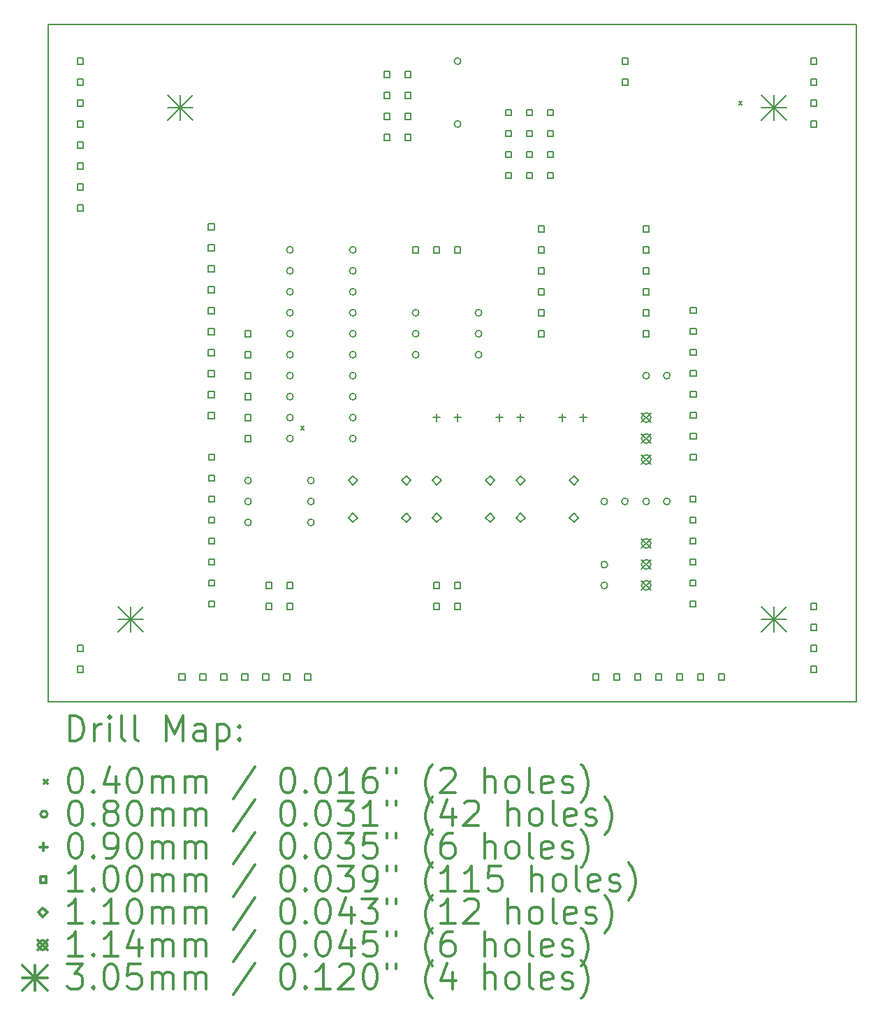
<source format=gbr>
%FSLAX45Y45*%
G04 Gerber Fmt 4.5, Leading zero omitted, Abs format (unit mm)*
G04 Created by KiCad (PCBNEW 4.0.7) date 03/14/18 00:25:23*
%MOMM*%
%LPD*%
G01*
G04 APERTURE LIST*
%ADD10C,0.127000*%
%ADD11C,0.150000*%
%ADD12C,0.200000*%
%ADD13C,0.300000*%
G04 APERTURE END LIST*
D10*
D11*
X2400000Y-10300000D02*
X2400000Y-2100000D01*
X12200000Y-10300000D02*
X2400000Y-10300000D01*
X12200000Y-2100000D02*
X12200000Y-10300000D01*
X10600000Y-2100000D02*
X12200000Y-2100000D01*
X2400000Y-2100000D02*
X10600000Y-2100000D01*
D12*
X5466400Y-6965000D02*
X5506400Y-7005000D01*
X5506400Y-6965000D02*
X5466400Y-7005000D01*
X10775000Y-3028000D02*
X10815000Y-3068000D01*
X10815000Y-3028000D02*
X10775000Y-3068000D01*
X4866000Y-7620000D02*
G75*
G03X4866000Y-7620000I-40000J0D01*
G01*
X4866000Y-7874000D02*
G75*
G03X4866000Y-7874000I-40000J0D01*
G01*
X4866000Y-8128000D02*
G75*
G03X4866000Y-8128000I-40000J0D01*
G01*
X5374000Y-4826000D02*
G75*
G03X5374000Y-4826000I-40000J0D01*
G01*
X5374000Y-5080000D02*
G75*
G03X5374000Y-5080000I-40000J0D01*
G01*
X5374000Y-5334000D02*
G75*
G03X5374000Y-5334000I-40000J0D01*
G01*
X5374000Y-5588000D02*
G75*
G03X5374000Y-5588000I-40000J0D01*
G01*
X5374000Y-5842000D02*
G75*
G03X5374000Y-5842000I-40000J0D01*
G01*
X5374000Y-6096000D02*
G75*
G03X5374000Y-6096000I-40000J0D01*
G01*
X5374000Y-6350000D02*
G75*
G03X5374000Y-6350000I-40000J0D01*
G01*
X5374000Y-6604000D02*
G75*
G03X5374000Y-6604000I-40000J0D01*
G01*
X5374000Y-6858000D02*
G75*
G03X5374000Y-6858000I-40000J0D01*
G01*
X5374000Y-7112000D02*
G75*
G03X5374000Y-7112000I-40000J0D01*
G01*
X5628000Y-7620000D02*
G75*
G03X5628000Y-7620000I-40000J0D01*
G01*
X5628000Y-7874000D02*
G75*
G03X5628000Y-7874000I-40000J0D01*
G01*
X5628000Y-8128000D02*
G75*
G03X5628000Y-8128000I-40000J0D01*
G01*
X6136000Y-4826000D02*
G75*
G03X6136000Y-4826000I-40000J0D01*
G01*
X6136000Y-5080000D02*
G75*
G03X6136000Y-5080000I-40000J0D01*
G01*
X6136000Y-5334000D02*
G75*
G03X6136000Y-5334000I-40000J0D01*
G01*
X6136000Y-5588000D02*
G75*
G03X6136000Y-5588000I-40000J0D01*
G01*
X6136000Y-5842000D02*
G75*
G03X6136000Y-5842000I-40000J0D01*
G01*
X6136000Y-6096000D02*
G75*
G03X6136000Y-6096000I-40000J0D01*
G01*
X6136000Y-6350000D02*
G75*
G03X6136000Y-6350000I-40000J0D01*
G01*
X6136000Y-6604000D02*
G75*
G03X6136000Y-6604000I-40000J0D01*
G01*
X6136000Y-6858000D02*
G75*
G03X6136000Y-6858000I-40000J0D01*
G01*
X6136000Y-7112000D02*
G75*
G03X6136000Y-7112000I-40000J0D01*
G01*
X6898000Y-5588000D02*
G75*
G03X6898000Y-5588000I-40000J0D01*
G01*
X6898000Y-5842000D02*
G75*
G03X6898000Y-5842000I-40000J0D01*
G01*
X6898000Y-6096000D02*
G75*
G03X6898000Y-6096000I-40000J0D01*
G01*
X7406000Y-2540000D02*
G75*
G03X7406000Y-2540000I-40000J0D01*
G01*
X7406000Y-3302000D02*
G75*
G03X7406000Y-3302000I-40000J0D01*
G01*
X7660000Y-5588000D02*
G75*
G03X7660000Y-5588000I-40000J0D01*
G01*
X7660000Y-5842000D02*
G75*
G03X7660000Y-5842000I-40000J0D01*
G01*
X7660000Y-6096000D02*
G75*
G03X7660000Y-6096000I-40000J0D01*
G01*
X9184000Y-7874000D02*
G75*
G03X9184000Y-7874000I-40000J0D01*
G01*
X9184000Y-8640000D02*
G75*
G03X9184000Y-8640000I-40000J0D01*
G01*
X9184000Y-8890000D02*
G75*
G03X9184000Y-8890000I-40000J0D01*
G01*
X9434000Y-7874000D02*
G75*
G03X9434000Y-7874000I-40000J0D01*
G01*
X9692000Y-6350000D02*
G75*
G03X9692000Y-6350000I-40000J0D01*
G01*
X9692000Y-7874000D02*
G75*
G03X9692000Y-7874000I-40000J0D01*
G01*
X9942000Y-6350000D02*
G75*
G03X9942000Y-6350000I-40000J0D01*
G01*
X9942000Y-7874000D02*
G75*
G03X9942000Y-7874000I-40000J0D01*
G01*
X7112000Y-6813000D02*
X7112000Y-6903000D01*
X7067000Y-6858000D02*
X7157000Y-6858000D01*
X7366000Y-6813000D02*
X7366000Y-6903000D01*
X7321000Y-6858000D02*
X7411000Y-6858000D01*
X7874000Y-6813000D02*
X7874000Y-6903000D01*
X7829000Y-6858000D02*
X7919000Y-6858000D01*
X8128000Y-6813000D02*
X8128000Y-6903000D01*
X8083000Y-6858000D02*
X8173000Y-6858000D01*
X8636000Y-6813000D02*
X8636000Y-6903000D01*
X8591000Y-6858000D02*
X8681000Y-6858000D01*
X8890000Y-6813000D02*
X8890000Y-6903000D01*
X8845000Y-6858000D02*
X8935000Y-6858000D01*
X2829356Y-2575356D02*
X2829356Y-2504644D01*
X2758644Y-2504644D01*
X2758644Y-2575356D01*
X2829356Y-2575356D01*
X2829356Y-2829356D02*
X2829356Y-2758644D01*
X2758644Y-2758644D01*
X2758644Y-2829356D01*
X2829356Y-2829356D01*
X2829356Y-3083356D02*
X2829356Y-3012644D01*
X2758644Y-3012644D01*
X2758644Y-3083356D01*
X2829356Y-3083356D01*
X2829356Y-3337356D02*
X2829356Y-3266644D01*
X2758644Y-3266644D01*
X2758644Y-3337356D01*
X2829356Y-3337356D01*
X2829356Y-3591356D02*
X2829356Y-3520644D01*
X2758644Y-3520644D01*
X2758644Y-3591356D01*
X2829356Y-3591356D01*
X2829356Y-3845356D02*
X2829356Y-3774644D01*
X2758644Y-3774644D01*
X2758644Y-3845356D01*
X2829356Y-3845356D01*
X2829356Y-4099356D02*
X2829356Y-4028644D01*
X2758644Y-4028644D01*
X2758644Y-4099356D01*
X2829356Y-4099356D01*
X2829356Y-4353356D02*
X2829356Y-4282644D01*
X2758644Y-4282644D01*
X2758644Y-4353356D01*
X2829356Y-4353356D01*
X2829356Y-9687356D02*
X2829356Y-9616644D01*
X2758644Y-9616644D01*
X2758644Y-9687356D01*
X2829356Y-9687356D01*
X2829356Y-9941356D02*
X2829356Y-9870644D01*
X2758644Y-9870644D01*
X2758644Y-9941356D01*
X2829356Y-9941356D01*
X4061356Y-10035356D02*
X4061356Y-9964644D01*
X3990644Y-9964644D01*
X3990644Y-10035356D01*
X4061356Y-10035356D01*
X4315356Y-10035356D02*
X4315356Y-9964644D01*
X4244644Y-9964644D01*
X4244644Y-10035356D01*
X4315356Y-10035356D01*
X4416356Y-4583356D02*
X4416356Y-4512644D01*
X4345644Y-4512644D01*
X4345644Y-4583356D01*
X4416356Y-4583356D01*
X4416356Y-4837356D02*
X4416356Y-4766644D01*
X4345644Y-4766644D01*
X4345644Y-4837356D01*
X4416356Y-4837356D01*
X4416356Y-5091356D02*
X4416356Y-5020644D01*
X4345644Y-5020644D01*
X4345644Y-5091356D01*
X4416356Y-5091356D01*
X4416356Y-5345356D02*
X4416356Y-5274644D01*
X4345644Y-5274644D01*
X4345644Y-5345356D01*
X4416356Y-5345356D01*
X4416356Y-5599356D02*
X4416356Y-5528644D01*
X4345644Y-5528644D01*
X4345644Y-5599356D01*
X4416356Y-5599356D01*
X4416356Y-5853356D02*
X4416356Y-5782644D01*
X4345644Y-5782644D01*
X4345644Y-5853356D01*
X4416356Y-5853356D01*
X4416356Y-6107356D02*
X4416356Y-6036644D01*
X4345644Y-6036644D01*
X4345644Y-6107356D01*
X4416356Y-6107356D01*
X4416356Y-6361356D02*
X4416356Y-6290644D01*
X4345644Y-6290644D01*
X4345644Y-6361356D01*
X4416356Y-6361356D01*
X4416356Y-6615356D02*
X4416356Y-6544644D01*
X4345644Y-6544644D01*
X4345644Y-6615356D01*
X4416356Y-6615356D01*
X4416356Y-6869356D02*
X4416356Y-6798644D01*
X4345644Y-6798644D01*
X4345644Y-6869356D01*
X4416356Y-6869356D01*
X4421356Y-7375356D02*
X4421356Y-7304644D01*
X4350644Y-7304644D01*
X4350644Y-7375356D01*
X4421356Y-7375356D01*
X4421356Y-7629356D02*
X4421356Y-7558644D01*
X4350644Y-7558644D01*
X4350644Y-7629356D01*
X4421356Y-7629356D01*
X4421356Y-7883356D02*
X4421356Y-7812644D01*
X4350644Y-7812644D01*
X4350644Y-7883356D01*
X4421356Y-7883356D01*
X4421356Y-8137356D02*
X4421356Y-8066644D01*
X4350644Y-8066644D01*
X4350644Y-8137356D01*
X4421356Y-8137356D01*
X4421356Y-8391356D02*
X4421356Y-8320644D01*
X4350644Y-8320644D01*
X4350644Y-8391356D01*
X4421356Y-8391356D01*
X4421356Y-8645356D02*
X4421356Y-8574644D01*
X4350644Y-8574644D01*
X4350644Y-8645356D01*
X4421356Y-8645356D01*
X4421356Y-8899356D02*
X4421356Y-8828644D01*
X4350644Y-8828644D01*
X4350644Y-8899356D01*
X4421356Y-8899356D01*
X4421356Y-9153356D02*
X4421356Y-9082644D01*
X4350644Y-9082644D01*
X4350644Y-9153356D01*
X4421356Y-9153356D01*
X4569356Y-10035356D02*
X4569356Y-9964644D01*
X4498644Y-9964644D01*
X4498644Y-10035356D01*
X4569356Y-10035356D01*
X4823356Y-10035356D02*
X4823356Y-9964644D01*
X4752644Y-9964644D01*
X4752644Y-10035356D01*
X4823356Y-10035356D01*
X4861356Y-5877356D02*
X4861356Y-5806644D01*
X4790644Y-5806644D01*
X4790644Y-5877356D01*
X4861356Y-5877356D01*
X4861356Y-6131356D02*
X4861356Y-6060644D01*
X4790644Y-6060644D01*
X4790644Y-6131356D01*
X4861356Y-6131356D01*
X4861356Y-6385356D02*
X4861356Y-6314644D01*
X4790644Y-6314644D01*
X4790644Y-6385356D01*
X4861356Y-6385356D01*
X4861356Y-6639356D02*
X4861356Y-6568644D01*
X4790644Y-6568644D01*
X4790644Y-6639356D01*
X4861356Y-6639356D01*
X4861356Y-6893356D02*
X4861356Y-6822644D01*
X4790644Y-6822644D01*
X4790644Y-6893356D01*
X4861356Y-6893356D01*
X4861356Y-7147356D02*
X4861356Y-7076644D01*
X4790644Y-7076644D01*
X4790644Y-7147356D01*
X4861356Y-7147356D01*
X5077356Y-10035356D02*
X5077356Y-9964644D01*
X5006644Y-9964644D01*
X5006644Y-10035356D01*
X5077356Y-10035356D01*
X5115356Y-8925356D02*
X5115356Y-8854644D01*
X5044644Y-8854644D01*
X5044644Y-8925356D01*
X5115356Y-8925356D01*
X5115356Y-9179356D02*
X5115356Y-9108644D01*
X5044644Y-9108644D01*
X5044644Y-9179356D01*
X5115356Y-9179356D01*
X5331356Y-10035356D02*
X5331356Y-9964644D01*
X5260644Y-9964644D01*
X5260644Y-10035356D01*
X5331356Y-10035356D01*
X5369356Y-8925356D02*
X5369356Y-8854644D01*
X5298644Y-8854644D01*
X5298644Y-8925356D01*
X5369356Y-8925356D01*
X5369356Y-9179356D02*
X5369356Y-9108644D01*
X5298644Y-9108644D01*
X5298644Y-9179356D01*
X5369356Y-9179356D01*
X5585356Y-10035356D02*
X5585356Y-9964644D01*
X5514644Y-9964644D01*
X5514644Y-10035356D01*
X5585356Y-10035356D01*
X6543356Y-2737356D02*
X6543356Y-2666644D01*
X6472644Y-2666644D01*
X6472644Y-2737356D01*
X6543356Y-2737356D01*
X6543356Y-2991356D02*
X6543356Y-2920644D01*
X6472644Y-2920644D01*
X6472644Y-2991356D01*
X6543356Y-2991356D01*
X6543356Y-3245356D02*
X6543356Y-3174644D01*
X6472644Y-3174644D01*
X6472644Y-3245356D01*
X6543356Y-3245356D01*
X6543356Y-3499356D02*
X6543356Y-3428644D01*
X6472644Y-3428644D01*
X6472644Y-3499356D01*
X6543356Y-3499356D01*
X6797356Y-2737356D02*
X6797356Y-2666644D01*
X6726644Y-2666644D01*
X6726644Y-2737356D01*
X6797356Y-2737356D01*
X6797356Y-2991356D02*
X6797356Y-2920644D01*
X6726644Y-2920644D01*
X6726644Y-2991356D01*
X6797356Y-2991356D01*
X6797356Y-3245356D02*
X6797356Y-3174644D01*
X6726644Y-3174644D01*
X6726644Y-3245356D01*
X6797356Y-3245356D01*
X6797356Y-3499356D02*
X6797356Y-3428644D01*
X6726644Y-3428644D01*
X6726644Y-3499356D01*
X6797356Y-3499356D01*
X6893356Y-4861356D02*
X6893356Y-4790644D01*
X6822644Y-4790644D01*
X6822644Y-4861356D01*
X6893356Y-4861356D01*
X7147356Y-4861356D02*
X7147356Y-4790644D01*
X7076644Y-4790644D01*
X7076644Y-4861356D01*
X7147356Y-4861356D01*
X7147356Y-8925356D02*
X7147356Y-8854644D01*
X7076644Y-8854644D01*
X7076644Y-8925356D01*
X7147356Y-8925356D01*
X7147356Y-9179356D02*
X7147356Y-9108644D01*
X7076644Y-9108644D01*
X7076644Y-9179356D01*
X7147356Y-9179356D01*
X7401356Y-4861356D02*
X7401356Y-4790644D01*
X7330644Y-4790644D01*
X7330644Y-4861356D01*
X7401356Y-4861356D01*
X7401356Y-8925356D02*
X7401356Y-8854644D01*
X7330644Y-8854644D01*
X7330644Y-8925356D01*
X7401356Y-8925356D01*
X7401356Y-9179356D02*
X7401356Y-9108644D01*
X7330644Y-9108644D01*
X7330644Y-9179356D01*
X7401356Y-9179356D01*
X8016356Y-3199356D02*
X8016356Y-3128644D01*
X7945644Y-3128644D01*
X7945644Y-3199356D01*
X8016356Y-3199356D01*
X8016356Y-3453356D02*
X8016356Y-3382644D01*
X7945644Y-3382644D01*
X7945644Y-3453356D01*
X8016356Y-3453356D01*
X8016356Y-3707356D02*
X8016356Y-3636644D01*
X7945644Y-3636644D01*
X7945644Y-3707356D01*
X8016356Y-3707356D01*
X8016356Y-3961356D02*
X8016356Y-3890644D01*
X7945644Y-3890644D01*
X7945644Y-3961356D01*
X8016356Y-3961356D01*
X8270356Y-3199356D02*
X8270356Y-3128644D01*
X8199644Y-3128644D01*
X8199644Y-3199356D01*
X8270356Y-3199356D01*
X8270356Y-3453356D02*
X8270356Y-3382644D01*
X8199644Y-3382644D01*
X8199644Y-3453356D01*
X8270356Y-3453356D01*
X8270356Y-3707356D02*
X8270356Y-3636644D01*
X8199644Y-3636644D01*
X8199644Y-3707356D01*
X8270356Y-3707356D01*
X8270356Y-3961356D02*
X8270356Y-3890644D01*
X8199644Y-3890644D01*
X8199644Y-3961356D01*
X8270356Y-3961356D01*
X8417356Y-4607356D02*
X8417356Y-4536644D01*
X8346644Y-4536644D01*
X8346644Y-4607356D01*
X8417356Y-4607356D01*
X8417356Y-4861356D02*
X8417356Y-4790644D01*
X8346644Y-4790644D01*
X8346644Y-4861356D01*
X8417356Y-4861356D01*
X8417356Y-5115356D02*
X8417356Y-5044644D01*
X8346644Y-5044644D01*
X8346644Y-5115356D01*
X8417356Y-5115356D01*
X8417356Y-5369356D02*
X8417356Y-5298644D01*
X8346644Y-5298644D01*
X8346644Y-5369356D01*
X8417356Y-5369356D01*
X8417356Y-5623356D02*
X8417356Y-5552644D01*
X8346644Y-5552644D01*
X8346644Y-5623356D01*
X8417356Y-5623356D01*
X8417356Y-5877356D02*
X8417356Y-5806644D01*
X8346644Y-5806644D01*
X8346644Y-5877356D01*
X8417356Y-5877356D01*
X8524356Y-3199356D02*
X8524356Y-3128644D01*
X8453644Y-3128644D01*
X8453644Y-3199356D01*
X8524356Y-3199356D01*
X8524356Y-3453356D02*
X8524356Y-3382644D01*
X8453644Y-3382644D01*
X8453644Y-3453356D01*
X8524356Y-3453356D01*
X8524356Y-3707356D02*
X8524356Y-3636644D01*
X8453644Y-3636644D01*
X8453644Y-3707356D01*
X8524356Y-3707356D01*
X8524356Y-3961356D02*
X8524356Y-3890644D01*
X8453644Y-3890644D01*
X8453644Y-3961356D01*
X8524356Y-3961356D01*
X9075356Y-10035356D02*
X9075356Y-9964644D01*
X9004644Y-9964644D01*
X9004644Y-10035356D01*
X9075356Y-10035356D01*
X9329356Y-10035356D02*
X9329356Y-9964644D01*
X9258644Y-9964644D01*
X9258644Y-10035356D01*
X9329356Y-10035356D01*
X9433356Y-2575356D02*
X9433356Y-2504644D01*
X9362644Y-2504644D01*
X9362644Y-2575356D01*
X9433356Y-2575356D01*
X9433356Y-2829356D02*
X9433356Y-2758644D01*
X9362644Y-2758644D01*
X9362644Y-2829356D01*
X9433356Y-2829356D01*
X9583356Y-10035356D02*
X9583356Y-9964644D01*
X9512644Y-9964644D01*
X9512644Y-10035356D01*
X9583356Y-10035356D01*
X9687356Y-4607356D02*
X9687356Y-4536644D01*
X9616644Y-4536644D01*
X9616644Y-4607356D01*
X9687356Y-4607356D01*
X9687356Y-4861356D02*
X9687356Y-4790644D01*
X9616644Y-4790644D01*
X9616644Y-4861356D01*
X9687356Y-4861356D01*
X9687356Y-5115356D02*
X9687356Y-5044644D01*
X9616644Y-5044644D01*
X9616644Y-5115356D01*
X9687356Y-5115356D01*
X9687356Y-5369356D02*
X9687356Y-5298644D01*
X9616644Y-5298644D01*
X9616644Y-5369356D01*
X9687356Y-5369356D01*
X9687356Y-5623356D02*
X9687356Y-5552644D01*
X9616644Y-5552644D01*
X9616644Y-5623356D01*
X9687356Y-5623356D01*
X9687356Y-5877356D02*
X9687356Y-5806644D01*
X9616644Y-5806644D01*
X9616644Y-5877356D01*
X9687356Y-5877356D01*
X9837356Y-10035356D02*
X9837356Y-9964644D01*
X9766644Y-9964644D01*
X9766644Y-10035356D01*
X9837356Y-10035356D01*
X10091356Y-10035356D02*
X10091356Y-9964644D01*
X10020644Y-9964644D01*
X10020644Y-10035356D01*
X10091356Y-10035356D01*
X10254356Y-7880356D02*
X10254356Y-7809644D01*
X10183644Y-7809644D01*
X10183644Y-7880356D01*
X10254356Y-7880356D01*
X10254356Y-8134356D02*
X10254356Y-8063644D01*
X10183644Y-8063644D01*
X10183644Y-8134356D01*
X10254356Y-8134356D01*
X10254356Y-8388356D02*
X10254356Y-8317644D01*
X10183644Y-8317644D01*
X10183644Y-8388356D01*
X10254356Y-8388356D01*
X10254356Y-8642356D02*
X10254356Y-8571644D01*
X10183644Y-8571644D01*
X10183644Y-8642356D01*
X10254356Y-8642356D01*
X10254356Y-8896356D02*
X10254356Y-8825644D01*
X10183644Y-8825644D01*
X10183644Y-8896356D01*
X10254356Y-8896356D01*
X10254356Y-9150356D02*
X10254356Y-9079644D01*
X10183644Y-9079644D01*
X10183644Y-9150356D01*
X10254356Y-9150356D01*
X10257356Y-5594356D02*
X10257356Y-5523644D01*
X10186644Y-5523644D01*
X10186644Y-5594356D01*
X10257356Y-5594356D01*
X10257356Y-5848356D02*
X10257356Y-5777644D01*
X10186644Y-5777644D01*
X10186644Y-5848356D01*
X10257356Y-5848356D01*
X10257356Y-6102356D02*
X10257356Y-6031644D01*
X10186644Y-6031644D01*
X10186644Y-6102356D01*
X10257356Y-6102356D01*
X10257356Y-6356356D02*
X10257356Y-6285644D01*
X10186644Y-6285644D01*
X10186644Y-6356356D01*
X10257356Y-6356356D01*
X10257356Y-6610356D02*
X10257356Y-6539644D01*
X10186644Y-6539644D01*
X10186644Y-6610356D01*
X10257356Y-6610356D01*
X10257356Y-6864356D02*
X10257356Y-6793644D01*
X10186644Y-6793644D01*
X10186644Y-6864356D01*
X10257356Y-6864356D01*
X10257356Y-7118356D02*
X10257356Y-7047644D01*
X10186644Y-7047644D01*
X10186644Y-7118356D01*
X10257356Y-7118356D01*
X10257356Y-7372356D02*
X10257356Y-7301644D01*
X10186644Y-7301644D01*
X10186644Y-7372356D01*
X10257356Y-7372356D01*
X10345356Y-10035356D02*
X10345356Y-9964644D01*
X10274644Y-9964644D01*
X10274644Y-10035356D01*
X10345356Y-10035356D01*
X10599356Y-10035356D02*
X10599356Y-9964644D01*
X10528644Y-9964644D01*
X10528644Y-10035356D01*
X10599356Y-10035356D01*
X11719356Y-2575356D02*
X11719356Y-2504644D01*
X11648644Y-2504644D01*
X11648644Y-2575356D01*
X11719356Y-2575356D01*
X11719356Y-2829356D02*
X11719356Y-2758644D01*
X11648644Y-2758644D01*
X11648644Y-2829356D01*
X11719356Y-2829356D01*
X11719356Y-3083356D02*
X11719356Y-3012644D01*
X11648644Y-3012644D01*
X11648644Y-3083356D01*
X11719356Y-3083356D01*
X11719356Y-3337356D02*
X11719356Y-3266644D01*
X11648644Y-3266644D01*
X11648644Y-3337356D01*
X11719356Y-3337356D01*
X11719356Y-9179356D02*
X11719356Y-9108644D01*
X11648644Y-9108644D01*
X11648644Y-9179356D01*
X11719356Y-9179356D01*
X11719356Y-9433356D02*
X11719356Y-9362644D01*
X11648644Y-9362644D01*
X11648644Y-9433356D01*
X11719356Y-9433356D01*
X11719356Y-9687356D02*
X11719356Y-9616644D01*
X11648644Y-9616644D01*
X11648644Y-9687356D01*
X11719356Y-9687356D01*
X11719356Y-9941356D02*
X11719356Y-9870644D01*
X11648644Y-9870644D01*
X11648644Y-9941356D01*
X11719356Y-9941356D01*
X6096000Y-7675000D02*
X6151000Y-7620000D01*
X6096000Y-7565000D01*
X6041000Y-7620000D01*
X6096000Y-7675000D01*
X6096000Y-8125000D02*
X6151000Y-8070000D01*
X6096000Y-8015000D01*
X6041000Y-8070000D01*
X6096000Y-8125000D01*
X6746000Y-7675000D02*
X6801000Y-7620000D01*
X6746000Y-7565000D01*
X6691000Y-7620000D01*
X6746000Y-7675000D01*
X6746000Y-8125000D02*
X6801000Y-8070000D01*
X6746000Y-8015000D01*
X6691000Y-8070000D01*
X6746000Y-8125000D01*
X7112000Y-7675000D02*
X7167000Y-7620000D01*
X7112000Y-7565000D01*
X7057000Y-7620000D01*
X7112000Y-7675000D01*
X7112000Y-8125000D02*
X7167000Y-8070000D01*
X7112000Y-8015000D01*
X7057000Y-8070000D01*
X7112000Y-8125000D01*
X7762000Y-7675000D02*
X7817000Y-7620000D01*
X7762000Y-7565000D01*
X7707000Y-7620000D01*
X7762000Y-7675000D01*
X7762000Y-8125000D02*
X7817000Y-8070000D01*
X7762000Y-8015000D01*
X7707000Y-8070000D01*
X7762000Y-8125000D01*
X8128000Y-7675000D02*
X8183000Y-7620000D01*
X8128000Y-7565000D01*
X8073000Y-7620000D01*
X8128000Y-7675000D01*
X8128000Y-8125000D02*
X8183000Y-8070000D01*
X8128000Y-8015000D01*
X8073000Y-8070000D01*
X8128000Y-8125000D01*
X8778000Y-7675000D02*
X8833000Y-7620000D01*
X8778000Y-7565000D01*
X8723000Y-7620000D01*
X8778000Y-7675000D01*
X8778000Y-8125000D02*
X8833000Y-8070000D01*
X8778000Y-8015000D01*
X8723000Y-8070000D01*
X8778000Y-8125000D01*
X9594850Y-6800850D02*
X9709150Y-6915150D01*
X9709150Y-6800850D02*
X9594850Y-6915150D01*
X9709150Y-6858000D02*
G75*
G03X9709150Y-6858000I-57150J0D01*
G01*
X9594850Y-7054850D02*
X9709150Y-7169150D01*
X9709150Y-7054850D02*
X9594850Y-7169150D01*
X9709150Y-7112000D02*
G75*
G03X9709150Y-7112000I-57150J0D01*
G01*
X9594850Y-7308850D02*
X9709150Y-7423150D01*
X9709150Y-7308850D02*
X9594850Y-7423150D01*
X9709150Y-7366000D02*
G75*
G03X9709150Y-7366000I-57150J0D01*
G01*
X9594850Y-8324850D02*
X9709150Y-8439150D01*
X9709150Y-8324850D02*
X9594850Y-8439150D01*
X9709150Y-8382000D02*
G75*
G03X9709150Y-8382000I-57150J0D01*
G01*
X9594850Y-8578850D02*
X9709150Y-8693150D01*
X9709150Y-8578850D02*
X9594850Y-8693150D01*
X9709150Y-8636000D02*
G75*
G03X9709150Y-8636000I-57150J0D01*
G01*
X9594850Y-8832850D02*
X9709150Y-8947150D01*
X9709150Y-8832850D02*
X9594850Y-8947150D01*
X9709150Y-8890000D02*
G75*
G03X9709150Y-8890000I-57150J0D01*
G01*
X3247600Y-9147600D02*
X3552400Y-9452400D01*
X3552400Y-9147600D02*
X3247600Y-9452400D01*
X3400000Y-9147600D02*
X3400000Y-9452400D01*
X3247600Y-9300000D02*
X3552400Y-9300000D01*
X3847600Y-2947600D02*
X4152400Y-3252400D01*
X4152400Y-2947600D02*
X3847600Y-3252400D01*
X4000000Y-2947600D02*
X4000000Y-3252400D01*
X3847600Y-3100000D02*
X4152400Y-3100000D01*
X11047600Y-2947600D02*
X11352400Y-3252400D01*
X11352400Y-2947600D02*
X11047600Y-3252400D01*
X11200000Y-2947600D02*
X11200000Y-3252400D01*
X11047600Y-3100000D02*
X11352400Y-3100000D01*
X11047600Y-9147600D02*
X11352400Y-9452400D01*
X11352400Y-9147600D02*
X11047600Y-9452400D01*
X11200000Y-9147600D02*
X11200000Y-9452400D01*
X11047600Y-9300000D02*
X11352400Y-9300000D01*
D13*
X2663929Y-10773214D02*
X2663929Y-10473214D01*
X2735357Y-10473214D01*
X2778214Y-10487500D01*
X2806786Y-10516072D01*
X2821071Y-10544643D01*
X2835357Y-10601786D01*
X2835357Y-10644643D01*
X2821071Y-10701786D01*
X2806786Y-10730357D01*
X2778214Y-10758929D01*
X2735357Y-10773214D01*
X2663929Y-10773214D01*
X2963928Y-10773214D02*
X2963928Y-10573214D01*
X2963928Y-10630357D02*
X2978214Y-10601786D01*
X2992500Y-10587500D01*
X3021071Y-10573214D01*
X3049643Y-10573214D01*
X3149643Y-10773214D02*
X3149643Y-10573214D01*
X3149643Y-10473214D02*
X3135357Y-10487500D01*
X3149643Y-10501786D01*
X3163928Y-10487500D01*
X3149643Y-10473214D01*
X3149643Y-10501786D01*
X3335357Y-10773214D02*
X3306786Y-10758929D01*
X3292500Y-10730357D01*
X3292500Y-10473214D01*
X3492500Y-10773214D02*
X3463928Y-10758929D01*
X3449643Y-10730357D01*
X3449643Y-10473214D01*
X3835357Y-10773214D02*
X3835357Y-10473214D01*
X3935357Y-10687500D01*
X4035357Y-10473214D01*
X4035357Y-10773214D01*
X4306786Y-10773214D02*
X4306786Y-10616072D01*
X4292500Y-10587500D01*
X4263929Y-10573214D01*
X4206786Y-10573214D01*
X4178214Y-10587500D01*
X4306786Y-10758929D02*
X4278214Y-10773214D01*
X4206786Y-10773214D01*
X4178214Y-10758929D01*
X4163928Y-10730357D01*
X4163928Y-10701786D01*
X4178214Y-10673214D01*
X4206786Y-10658929D01*
X4278214Y-10658929D01*
X4306786Y-10644643D01*
X4449643Y-10573214D02*
X4449643Y-10873214D01*
X4449643Y-10587500D02*
X4478214Y-10573214D01*
X4535357Y-10573214D01*
X4563929Y-10587500D01*
X4578214Y-10601786D01*
X4592500Y-10630357D01*
X4592500Y-10716072D01*
X4578214Y-10744643D01*
X4563929Y-10758929D01*
X4535357Y-10773214D01*
X4478214Y-10773214D01*
X4449643Y-10758929D01*
X4721071Y-10744643D02*
X4735357Y-10758929D01*
X4721071Y-10773214D01*
X4706786Y-10758929D01*
X4721071Y-10744643D01*
X4721071Y-10773214D01*
X4721071Y-10587500D02*
X4735357Y-10601786D01*
X4721071Y-10616072D01*
X4706786Y-10601786D01*
X4721071Y-10587500D01*
X4721071Y-10616072D01*
X2352500Y-11247500D02*
X2392500Y-11287500D01*
X2392500Y-11247500D02*
X2352500Y-11287500D01*
X2721071Y-11103214D02*
X2749643Y-11103214D01*
X2778214Y-11117500D01*
X2792500Y-11131786D01*
X2806786Y-11160357D01*
X2821071Y-11217500D01*
X2821071Y-11288929D01*
X2806786Y-11346071D01*
X2792500Y-11374643D01*
X2778214Y-11388929D01*
X2749643Y-11403214D01*
X2721071Y-11403214D01*
X2692500Y-11388929D01*
X2678214Y-11374643D01*
X2663929Y-11346071D01*
X2649643Y-11288929D01*
X2649643Y-11217500D01*
X2663929Y-11160357D01*
X2678214Y-11131786D01*
X2692500Y-11117500D01*
X2721071Y-11103214D01*
X2949643Y-11374643D02*
X2963928Y-11388929D01*
X2949643Y-11403214D01*
X2935357Y-11388929D01*
X2949643Y-11374643D01*
X2949643Y-11403214D01*
X3221071Y-11203214D02*
X3221071Y-11403214D01*
X3149643Y-11088929D02*
X3078214Y-11303214D01*
X3263928Y-11303214D01*
X3435357Y-11103214D02*
X3463928Y-11103214D01*
X3492500Y-11117500D01*
X3506786Y-11131786D01*
X3521071Y-11160357D01*
X3535357Y-11217500D01*
X3535357Y-11288929D01*
X3521071Y-11346071D01*
X3506786Y-11374643D01*
X3492500Y-11388929D01*
X3463928Y-11403214D01*
X3435357Y-11403214D01*
X3406786Y-11388929D01*
X3392500Y-11374643D01*
X3378214Y-11346071D01*
X3363928Y-11288929D01*
X3363928Y-11217500D01*
X3378214Y-11160357D01*
X3392500Y-11131786D01*
X3406786Y-11117500D01*
X3435357Y-11103214D01*
X3663928Y-11403214D02*
X3663928Y-11203214D01*
X3663928Y-11231786D02*
X3678214Y-11217500D01*
X3706786Y-11203214D01*
X3749643Y-11203214D01*
X3778214Y-11217500D01*
X3792500Y-11246071D01*
X3792500Y-11403214D01*
X3792500Y-11246071D02*
X3806786Y-11217500D01*
X3835357Y-11203214D01*
X3878214Y-11203214D01*
X3906786Y-11217500D01*
X3921071Y-11246071D01*
X3921071Y-11403214D01*
X4063928Y-11403214D02*
X4063928Y-11203214D01*
X4063928Y-11231786D02*
X4078214Y-11217500D01*
X4106786Y-11203214D01*
X4149643Y-11203214D01*
X4178214Y-11217500D01*
X4192500Y-11246071D01*
X4192500Y-11403214D01*
X4192500Y-11246071D02*
X4206786Y-11217500D01*
X4235357Y-11203214D01*
X4278214Y-11203214D01*
X4306786Y-11217500D01*
X4321071Y-11246071D01*
X4321071Y-11403214D01*
X4906786Y-11088929D02*
X4649643Y-11474643D01*
X5292500Y-11103214D02*
X5321071Y-11103214D01*
X5349643Y-11117500D01*
X5363928Y-11131786D01*
X5378214Y-11160357D01*
X5392500Y-11217500D01*
X5392500Y-11288929D01*
X5378214Y-11346071D01*
X5363928Y-11374643D01*
X5349643Y-11388929D01*
X5321071Y-11403214D01*
X5292500Y-11403214D01*
X5263928Y-11388929D01*
X5249643Y-11374643D01*
X5235357Y-11346071D01*
X5221071Y-11288929D01*
X5221071Y-11217500D01*
X5235357Y-11160357D01*
X5249643Y-11131786D01*
X5263928Y-11117500D01*
X5292500Y-11103214D01*
X5521071Y-11374643D02*
X5535357Y-11388929D01*
X5521071Y-11403214D01*
X5506786Y-11388929D01*
X5521071Y-11374643D01*
X5521071Y-11403214D01*
X5721071Y-11103214D02*
X5749643Y-11103214D01*
X5778214Y-11117500D01*
X5792500Y-11131786D01*
X5806785Y-11160357D01*
X5821071Y-11217500D01*
X5821071Y-11288929D01*
X5806785Y-11346071D01*
X5792500Y-11374643D01*
X5778214Y-11388929D01*
X5749643Y-11403214D01*
X5721071Y-11403214D01*
X5692500Y-11388929D01*
X5678214Y-11374643D01*
X5663928Y-11346071D01*
X5649643Y-11288929D01*
X5649643Y-11217500D01*
X5663928Y-11160357D01*
X5678214Y-11131786D01*
X5692500Y-11117500D01*
X5721071Y-11103214D01*
X6106785Y-11403214D02*
X5935357Y-11403214D01*
X6021071Y-11403214D02*
X6021071Y-11103214D01*
X5992500Y-11146072D01*
X5963928Y-11174643D01*
X5935357Y-11188929D01*
X6363928Y-11103214D02*
X6306785Y-11103214D01*
X6278214Y-11117500D01*
X6263928Y-11131786D01*
X6235357Y-11174643D01*
X6221071Y-11231786D01*
X6221071Y-11346071D01*
X6235357Y-11374643D01*
X6249643Y-11388929D01*
X6278214Y-11403214D01*
X6335357Y-11403214D01*
X6363928Y-11388929D01*
X6378214Y-11374643D01*
X6392500Y-11346071D01*
X6392500Y-11274643D01*
X6378214Y-11246071D01*
X6363928Y-11231786D01*
X6335357Y-11217500D01*
X6278214Y-11217500D01*
X6249643Y-11231786D01*
X6235357Y-11246071D01*
X6221071Y-11274643D01*
X6506786Y-11103214D02*
X6506786Y-11160357D01*
X6621071Y-11103214D02*
X6621071Y-11160357D01*
X7063928Y-11517500D02*
X7049643Y-11503214D01*
X7021071Y-11460357D01*
X7006785Y-11431786D01*
X6992500Y-11388929D01*
X6978214Y-11317500D01*
X6978214Y-11260357D01*
X6992500Y-11188929D01*
X7006785Y-11146072D01*
X7021071Y-11117500D01*
X7049643Y-11074643D01*
X7063928Y-11060357D01*
X7163928Y-11131786D02*
X7178214Y-11117500D01*
X7206785Y-11103214D01*
X7278214Y-11103214D01*
X7306785Y-11117500D01*
X7321071Y-11131786D01*
X7335357Y-11160357D01*
X7335357Y-11188929D01*
X7321071Y-11231786D01*
X7149643Y-11403214D01*
X7335357Y-11403214D01*
X7692500Y-11403214D02*
X7692500Y-11103214D01*
X7821071Y-11403214D02*
X7821071Y-11246071D01*
X7806785Y-11217500D01*
X7778214Y-11203214D01*
X7735357Y-11203214D01*
X7706785Y-11217500D01*
X7692500Y-11231786D01*
X8006785Y-11403214D02*
X7978214Y-11388929D01*
X7963928Y-11374643D01*
X7949643Y-11346071D01*
X7949643Y-11260357D01*
X7963928Y-11231786D01*
X7978214Y-11217500D01*
X8006785Y-11203214D01*
X8049643Y-11203214D01*
X8078214Y-11217500D01*
X8092500Y-11231786D01*
X8106785Y-11260357D01*
X8106785Y-11346071D01*
X8092500Y-11374643D01*
X8078214Y-11388929D01*
X8049643Y-11403214D01*
X8006785Y-11403214D01*
X8278214Y-11403214D02*
X8249643Y-11388929D01*
X8235357Y-11360357D01*
X8235357Y-11103214D01*
X8506786Y-11388929D02*
X8478214Y-11403214D01*
X8421071Y-11403214D01*
X8392500Y-11388929D01*
X8378214Y-11360357D01*
X8378214Y-11246071D01*
X8392500Y-11217500D01*
X8421071Y-11203214D01*
X8478214Y-11203214D01*
X8506786Y-11217500D01*
X8521071Y-11246071D01*
X8521071Y-11274643D01*
X8378214Y-11303214D01*
X8635357Y-11388929D02*
X8663929Y-11403214D01*
X8721071Y-11403214D01*
X8749643Y-11388929D01*
X8763929Y-11360357D01*
X8763929Y-11346071D01*
X8749643Y-11317500D01*
X8721071Y-11303214D01*
X8678214Y-11303214D01*
X8649643Y-11288929D01*
X8635357Y-11260357D01*
X8635357Y-11246071D01*
X8649643Y-11217500D01*
X8678214Y-11203214D01*
X8721071Y-11203214D01*
X8749643Y-11217500D01*
X8863928Y-11517500D02*
X8878214Y-11503214D01*
X8906786Y-11460357D01*
X8921071Y-11431786D01*
X8935357Y-11388929D01*
X8949643Y-11317500D01*
X8949643Y-11260357D01*
X8935357Y-11188929D01*
X8921071Y-11146072D01*
X8906786Y-11117500D01*
X8878214Y-11074643D01*
X8863928Y-11060357D01*
X2392500Y-11663500D02*
G75*
G03X2392500Y-11663500I-40000J0D01*
G01*
X2721071Y-11499214D02*
X2749643Y-11499214D01*
X2778214Y-11513500D01*
X2792500Y-11527786D01*
X2806786Y-11556357D01*
X2821071Y-11613500D01*
X2821071Y-11684929D01*
X2806786Y-11742071D01*
X2792500Y-11770643D01*
X2778214Y-11784929D01*
X2749643Y-11799214D01*
X2721071Y-11799214D01*
X2692500Y-11784929D01*
X2678214Y-11770643D01*
X2663929Y-11742071D01*
X2649643Y-11684929D01*
X2649643Y-11613500D01*
X2663929Y-11556357D01*
X2678214Y-11527786D01*
X2692500Y-11513500D01*
X2721071Y-11499214D01*
X2949643Y-11770643D02*
X2963928Y-11784929D01*
X2949643Y-11799214D01*
X2935357Y-11784929D01*
X2949643Y-11770643D01*
X2949643Y-11799214D01*
X3135357Y-11627786D02*
X3106786Y-11613500D01*
X3092500Y-11599214D01*
X3078214Y-11570643D01*
X3078214Y-11556357D01*
X3092500Y-11527786D01*
X3106786Y-11513500D01*
X3135357Y-11499214D01*
X3192500Y-11499214D01*
X3221071Y-11513500D01*
X3235357Y-11527786D01*
X3249643Y-11556357D01*
X3249643Y-11570643D01*
X3235357Y-11599214D01*
X3221071Y-11613500D01*
X3192500Y-11627786D01*
X3135357Y-11627786D01*
X3106786Y-11642071D01*
X3092500Y-11656357D01*
X3078214Y-11684929D01*
X3078214Y-11742071D01*
X3092500Y-11770643D01*
X3106786Y-11784929D01*
X3135357Y-11799214D01*
X3192500Y-11799214D01*
X3221071Y-11784929D01*
X3235357Y-11770643D01*
X3249643Y-11742071D01*
X3249643Y-11684929D01*
X3235357Y-11656357D01*
X3221071Y-11642071D01*
X3192500Y-11627786D01*
X3435357Y-11499214D02*
X3463928Y-11499214D01*
X3492500Y-11513500D01*
X3506786Y-11527786D01*
X3521071Y-11556357D01*
X3535357Y-11613500D01*
X3535357Y-11684929D01*
X3521071Y-11742071D01*
X3506786Y-11770643D01*
X3492500Y-11784929D01*
X3463928Y-11799214D01*
X3435357Y-11799214D01*
X3406786Y-11784929D01*
X3392500Y-11770643D01*
X3378214Y-11742071D01*
X3363928Y-11684929D01*
X3363928Y-11613500D01*
X3378214Y-11556357D01*
X3392500Y-11527786D01*
X3406786Y-11513500D01*
X3435357Y-11499214D01*
X3663928Y-11799214D02*
X3663928Y-11599214D01*
X3663928Y-11627786D02*
X3678214Y-11613500D01*
X3706786Y-11599214D01*
X3749643Y-11599214D01*
X3778214Y-11613500D01*
X3792500Y-11642071D01*
X3792500Y-11799214D01*
X3792500Y-11642071D02*
X3806786Y-11613500D01*
X3835357Y-11599214D01*
X3878214Y-11599214D01*
X3906786Y-11613500D01*
X3921071Y-11642071D01*
X3921071Y-11799214D01*
X4063928Y-11799214D02*
X4063928Y-11599214D01*
X4063928Y-11627786D02*
X4078214Y-11613500D01*
X4106786Y-11599214D01*
X4149643Y-11599214D01*
X4178214Y-11613500D01*
X4192500Y-11642071D01*
X4192500Y-11799214D01*
X4192500Y-11642071D02*
X4206786Y-11613500D01*
X4235357Y-11599214D01*
X4278214Y-11599214D01*
X4306786Y-11613500D01*
X4321071Y-11642071D01*
X4321071Y-11799214D01*
X4906786Y-11484929D02*
X4649643Y-11870643D01*
X5292500Y-11499214D02*
X5321071Y-11499214D01*
X5349643Y-11513500D01*
X5363928Y-11527786D01*
X5378214Y-11556357D01*
X5392500Y-11613500D01*
X5392500Y-11684929D01*
X5378214Y-11742071D01*
X5363928Y-11770643D01*
X5349643Y-11784929D01*
X5321071Y-11799214D01*
X5292500Y-11799214D01*
X5263928Y-11784929D01*
X5249643Y-11770643D01*
X5235357Y-11742071D01*
X5221071Y-11684929D01*
X5221071Y-11613500D01*
X5235357Y-11556357D01*
X5249643Y-11527786D01*
X5263928Y-11513500D01*
X5292500Y-11499214D01*
X5521071Y-11770643D02*
X5535357Y-11784929D01*
X5521071Y-11799214D01*
X5506786Y-11784929D01*
X5521071Y-11770643D01*
X5521071Y-11799214D01*
X5721071Y-11499214D02*
X5749643Y-11499214D01*
X5778214Y-11513500D01*
X5792500Y-11527786D01*
X5806785Y-11556357D01*
X5821071Y-11613500D01*
X5821071Y-11684929D01*
X5806785Y-11742071D01*
X5792500Y-11770643D01*
X5778214Y-11784929D01*
X5749643Y-11799214D01*
X5721071Y-11799214D01*
X5692500Y-11784929D01*
X5678214Y-11770643D01*
X5663928Y-11742071D01*
X5649643Y-11684929D01*
X5649643Y-11613500D01*
X5663928Y-11556357D01*
X5678214Y-11527786D01*
X5692500Y-11513500D01*
X5721071Y-11499214D01*
X5921071Y-11499214D02*
X6106785Y-11499214D01*
X6006785Y-11613500D01*
X6049643Y-11613500D01*
X6078214Y-11627786D01*
X6092500Y-11642071D01*
X6106785Y-11670643D01*
X6106785Y-11742071D01*
X6092500Y-11770643D01*
X6078214Y-11784929D01*
X6049643Y-11799214D01*
X5963928Y-11799214D01*
X5935357Y-11784929D01*
X5921071Y-11770643D01*
X6392500Y-11799214D02*
X6221071Y-11799214D01*
X6306785Y-11799214D02*
X6306785Y-11499214D01*
X6278214Y-11542071D01*
X6249643Y-11570643D01*
X6221071Y-11584929D01*
X6506786Y-11499214D02*
X6506786Y-11556357D01*
X6621071Y-11499214D02*
X6621071Y-11556357D01*
X7063928Y-11913500D02*
X7049643Y-11899214D01*
X7021071Y-11856357D01*
X7006785Y-11827786D01*
X6992500Y-11784929D01*
X6978214Y-11713500D01*
X6978214Y-11656357D01*
X6992500Y-11584929D01*
X7006785Y-11542071D01*
X7021071Y-11513500D01*
X7049643Y-11470643D01*
X7063928Y-11456357D01*
X7306785Y-11599214D02*
X7306785Y-11799214D01*
X7235357Y-11484929D02*
X7163928Y-11699214D01*
X7349643Y-11699214D01*
X7449643Y-11527786D02*
X7463928Y-11513500D01*
X7492500Y-11499214D01*
X7563928Y-11499214D01*
X7592500Y-11513500D01*
X7606785Y-11527786D01*
X7621071Y-11556357D01*
X7621071Y-11584929D01*
X7606785Y-11627786D01*
X7435357Y-11799214D01*
X7621071Y-11799214D01*
X7978214Y-11799214D02*
X7978214Y-11499214D01*
X8106785Y-11799214D02*
X8106785Y-11642071D01*
X8092500Y-11613500D01*
X8063928Y-11599214D01*
X8021071Y-11599214D01*
X7992500Y-11613500D01*
X7978214Y-11627786D01*
X8292500Y-11799214D02*
X8263928Y-11784929D01*
X8249643Y-11770643D01*
X8235357Y-11742071D01*
X8235357Y-11656357D01*
X8249643Y-11627786D01*
X8263928Y-11613500D01*
X8292500Y-11599214D01*
X8335357Y-11599214D01*
X8363928Y-11613500D01*
X8378214Y-11627786D01*
X8392500Y-11656357D01*
X8392500Y-11742071D01*
X8378214Y-11770643D01*
X8363928Y-11784929D01*
X8335357Y-11799214D01*
X8292500Y-11799214D01*
X8563928Y-11799214D02*
X8535357Y-11784929D01*
X8521071Y-11756357D01*
X8521071Y-11499214D01*
X8792500Y-11784929D02*
X8763929Y-11799214D01*
X8706786Y-11799214D01*
X8678214Y-11784929D01*
X8663929Y-11756357D01*
X8663929Y-11642071D01*
X8678214Y-11613500D01*
X8706786Y-11599214D01*
X8763929Y-11599214D01*
X8792500Y-11613500D01*
X8806786Y-11642071D01*
X8806786Y-11670643D01*
X8663929Y-11699214D01*
X8921071Y-11784929D02*
X8949643Y-11799214D01*
X9006786Y-11799214D01*
X9035357Y-11784929D01*
X9049643Y-11756357D01*
X9049643Y-11742071D01*
X9035357Y-11713500D01*
X9006786Y-11699214D01*
X8963929Y-11699214D01*
X8935357Y-11684929D01*
X8921071Y-11656357D01*
X8921071Y-11642071D01*
X8935357Y-11613500D01*
X8963929Y-11599214D01*
X9006786Y-11599214D01*
X9035357Y-11613500D01*
X9149643Y-11913500D02*
X9163929Y-11899214D01*
X9192500Y-11856357D01*
X9206786Y-11827786D01*
X9221071Y-11784929D01*
X9235357Y-11713500D01*
X9235357Y-11656357D01*
X9221071Y-11584929D01*
X9206786Y-11542071D01*
X9192500Y-11513500D01*
X9163929Y-11470643D01*
X9149643Y-11456357D01*
X2347500Y-12014500D02*
X2347500Y-12104500D01*
X2302500Y-12059500D02*
X2392500Y-12059500D01*
X2721071Y-11895214D02*
X2749643Y-11895214D01*
X2778214Y-11909500D01*
X2792500Y-11923786D01*
X2806786Y-11952357D01*
X2821071Y-12009500D01*
X2821071Y-12080929D01*
X2806786Y-12138071D01*
X2792500Y-12166643D01*
X2778214Y-12180929D01*
X2749643Y-12195214D01*
X2721071Y-12195214D01*
X2692500Y-12180929D01*
X2678214Y-12166643D01*
X2663929Y-12138071D01*
X2649643Y-12080929D01*
X2649643Y-12009500D01*
X2663929Y-11952357D01*
X2678214Y-11923786D01*
X2692500Y-11909500D01*
X2721071Y-11895214D01*
X2949643Y-12166643D02*
X2963928Y-12180929D01*
X2949643Y-12195214D01*
X2935357Y-12180929D01*
X2949643Y-12166643D01*
X2949643Y-12195214D01*
X3106786Y-12195214D02*
X3163928Y-12195214D01*
X3192500Y-12180929D01*
X3206786Y-12166643D01*
X3235357Y-12123786D01*
X3249643Y-12066643D01*
X3249643Y-11952357D01*
X3235357Y-11923786D01*
X3221071Y-11909500D01*
X3192500Y-11895214D01*
X3135357Y-11895214D01*
X3106786Y-11909500D01*
X3092500Y-11923786D01*
X3078214Y-11952357D01*
X3078214Y-12023786D01*
X3092500Y-12052357D01*
X3106786Y-12066643D01*
X3135357Y-12080929D01*
X3192500Y-12080929D01*
X3221071Y-12066643D01*
X3235357Y-12052357D01*
X3249643Y-12023786D01*
X3435357Y-11895214D02*
X3463928Y-11895214D01*
X3492500Y-11909500D01*
X3506786Y-11923786D01*
X3521071Y-11952357D01*
X3535357Y-12009500D01*
X3535357Y-12080929D01*
X3521071Y-12138071D01*
X3506786Y-12166643D01*
X3492500Y-12180929D01*
X3463928Y-12195214D01*
X3435357Y-12195214D01*
X3406786Y-12180929D01*
X3392500Y-12166643D01*
X3378214Y-12138071D01*
X3363928Y-12080929D01*
X3363928Y-12009500D01*
X3378214Y-11952357D01*
X3392500Y-11923786D01*
X3406786Y-11909500D01*
X3435357Y-11895214D01*
X3663928Y-12195214D02*
X3663928Y-11995214D01*
X3663928Y-12023786D02*
X3678214Y-12009500D01*
X3706786Y-11995214D01*
X3749643Y-11995214D01*
X3778214Y-12009500D01*
X3792500Y-12038071D01*
X3792500Y-12195214D01*
X3792500Y-12038071D02*
X3806786Y-12009500D01*
X3835357Y-11995214D01*
X3878214Y-11995214D01*
X3906786Y-12009500D01*
X3921071Y-12038071D01*
X3921071Y-12195214D01*
X4063928Y-12195214D02*
X4063928Y-11995214D01*
X4063928Y-12023786D02*
X4078214Y-12009500D01*
X4106786Y-11995214D01*
X4149643Y-11995214D01*
X4178214Y-12009500D01*
X4192500Y-12038071D01*
X4192500Y-12195214D01*
X4192500Y-12038071D02*
X4206786Y-12009500D01*
X4235357Y-11995214D01*
X4278214Y-11995214D01*
X4306786Y-12009500D01*
X4321071Y-12038071D01*
X4321071Y-12195214D01*
X4906786Y-11880929D02*
X4649643Y-12266643D01*
X5292500Y-11895214D02*
X5321071Y-11895214D01*
X5349643Y-11909500D01*
X5363928Y-11923786D01*
X5378214Y-11952357D01*
X5392500Y-12009500D01*
X5392500Y-12080929D01*
X5378214Y-12138071D01*
X5363928Y-12166643D01*
X5349643Y-12180929D01*
X5321071Y-12195214D01*
X5292500Y-12195214D01*
X5263928Y-12180929D01*
X5249643Y-12166643D01*
X5235357Y-12138071D01*
X5221071Y-12080929D01*
X5221071Y-12009500D01*
X5235357Y-11952357D01*
X5249643Y-11923786D01*
X5263928Y-11909500D01*
X5292500Y-11895214D01*
X5521071Y-12166643D02*
X5535357Y-12180929D01*
X5521071Y-12195214D01*
X5506786Y-12180929D01*
X5521071Y-12166643D01*
X5521071Y-12195214D01*
X5721071Y-11895214D02*
X5749643Y-11895214D01*
X5778214Y-11909500D01*
X5792500Y-11923786D01*
X5806785Y-11952357D01*
X5821071Y-12009500D01*
X5821071Y-12080929D01*
X5806785Y-12138071D01*
X5792500Y-12166643D01*
X5778214Y-12180929D01*
X5749643Y-12195214D01*
X5721071Y-12195214D01*
X5692500Y-12180929D01*
X5678214Y-12166643D01*
X5663928Y-12138071D01*
X5649643Y-12080929D01*
X5649643Y-12009500D01*
X5663928Y-11952357D01*
X5678214Y-11923786D01*
X5692500Y-11909500D01*
X5721071Y-11895214D01*
X5921071Y-11895214D02*
X6106785Y-11895214D01*
X6006785Y-12009500D01*
X6049643Y-12009500D01*
X6078214Y-12023786D01*
X6092500Y-12038071D01*
X6106785Y-12066643D01*
X6106785Y-12138071D01*
X6092500Y-12166643D01*
X6078214Y-12180929D01*
X6049643Y-12195214D01*
X5963928Y-12195214D01*
X5935357Y-12180929D01*
X5921071Y-12166643D01*
X6378214Y-11895214D02*
X6235357Y-11895214D01*
X6221071Y-12038071D01*
X6235357Y-12023786D01*
X6263928Y-12009500D01*
X6335357Y-12009500D01*
X6363928Y-12023786D01*
X6378214Y-12038071D01*
X6392500Y-12066643D01*
X6392500Y-12138071D01*
X6378214Y-12166643D01*
X6363928Y-12180929D01*
X6335357Y-12195214D01*
X6263928Y-12195214D01*
X6235357Y-12180929D01*
X6221071Y-12166643D01*
X6506786Y-11895214D02*
X6506786Y-11952357D01*
X6621071Y-11895214D02*
X6621071Y-11952357D01*
X7063928Y-12309500D02*
X7049643Y-12295214D01*
X7021071Y-12252357D01*
X7006785Y-12223786D01*
X6992500Y-12180929D01*
X6978214Y-12109500D01*
X6978214Y-12052357D01*
X6992500Y-11980929D01*
X7006785Y-11938071D01*
X7021071Y-11909500D01*
X7049643Y-11866643D01*
X7063928Y-11852357D01*
X7306785Y-11895214D02*
X7249643Y-11895214D01*
X7221071Y-11909500D01*
X7206785Y-11923786D01*
X7178214Y-11966643D01*
X7163928Y-12023786D01*
X7163928Y-12138071D01*
X7178214Y-12166643D01*
X7192500Y-12180929D01*
X7221071Y-12195214D01*
X7278214Y-12195214D01*
X7306785Y-12180929D01*
X7321071Y-12166643D01*
X7335357Y-12138071D01*
X7335357Y-12066643D01*
X7321071Y-12038071D01*
X7306785Y-12023786D01*
X7278214Y-12009500D01*
X7221071Y-12009500D01*
X7192500Y-12023786D01*
X7178214Y-12038071D01*
X7163928Y-12066643D01*
X7692500Y-12195214D02*
X7692500Y-11895214D01*
X7821071Y-12195214D02*
X7821071Y-12038071D01*
X7806785Y-12009500D01*
X7778214Y-11995214D01*
X7735357Y-11995214D01*
X7706785Y-12009500D01*
X7692500Y-12023786D01*
X8006785Y-12195214D02*
X7978214Y-12180929D01*
X7963928Y-12166643D01*
X7949643Y-12138071D01*
X7949643Y-12052357D01*
X7963928Y-12023786D01*
X7978214Y-12009500D01*
X8006785Y-11995214D01*
X8049643Y-11995214D01*
X8078214Y-12009500D01*
X8092500Y-12023786D01*
X8106785Y-12052357D01*
X8106785Y-12138071D01*
X8092500Y-12166643D01*
X8078214Y-12180929D01*
X8049643Y-12195214D01*
X8006785Y-12195214D01*
X8278214Y-12195214D02*
X8249643Y-12180929D01*
X8235357Y-12152357D01*
X8235357Y-11895214D01*
X8506786Y-12180929D02*
X8478214Y-12195214D01*
X8421071Y-12195214D01*
X8392500Y-12180929D01*
X8378214Y-12152357D01*
X8378214Y-12038071D01*
X8392500Y-12009500D01*
X8421071Y-11995214D01*
X8478214Y-11995214D01*
X8506786Y-12009500D01*
X8521071Y-12038071D01*
X8521071Y-12066643D01*
X8378214Y-12095214D01*
X8635357Y-12180929D02*
X8663929Y-12195214D01*
X8721071Y-12195214D01*
X8749643Y-12180929D01*
X8763929Y-12152357D01*
X8763929Y-12138071D01*
X8749643Y-12109500D01*
X8721071Y-12095214D01*
X8678214Y-12095214D01*
X8649643Y-12080929D01*
X8635357Y-12052357D01*
X8635357Y-12038071D01*
X8649643Y-12009500D01*
X8678214Y-11995214D01*
X8721071Y-11995214D01*
X8749643Y-12009500D01*
X8863928Y-12309500D02*
X8878214Y-12295214D01*
X8906786Y-12252357D01*
X8921071Y-12223786D01*
X8935357Y-12180929D01*
X8949643Y-12109500D01*
X8949643Y-12052357D01*
X8935357Y-11980929D01*
X8921071Y-11938071D01*
X8906786Y-11909500D01*
X8878214Y-11866643D01*
X8863928Y-11852357D01*
X2377856Y-12490856D02*
X2377856Y-12420144D01*
X2307144Y-12420144D01*
X2307144Y-12490856D01*
X2377856Y-12490856D01*
X2821071Y-12591214D02*
X2649643Y-12591214D01*
X2735357Y-12591214D02*
X2735357Y-12291214D01*
X2706786Y-12334071D01*
X2678214Y-12362643D01*
X2649643Y-12376929D01*
X2949643Y-12562643D02*
X2963928Y-12576929D01*
X2949643Y-12591214D01*
X2935357Y-12576929D01*
X2949643Y-12562643D01*
X2949643Y-12591214D01*
X3149643Y-12291214D02*
X3178214Y-12291214D01*
X3206786Y-12305500D01*
X3221071Y-12319786D01*
X3235357Y-12348357D01*
X3249643Y-12405500D01*
X3249643Y-12476929D01*
X3235357Y-12534071D01*
X3221071Y-12562643D01*
X3206786Y-12576929D01*
X3178214Y-12591214D01*
X3149643Y-12591214D01*
X3121071Y-12576929D01*
X3106786Y-12562643D01*
X3092500Y-12534071D01*
X3078214Y-12476929D01*
X3078214Y-12405500D01*
X3092500Y-12348357D01*
X3106786Y-12319786D01*
X3121071Y-12305500D01*
X3149643Y-12291214D01*
X3435357Y-12291214D02*
X3463928Y-12291214D01*
X3492500Y-12305500D01*
X3506786Y-12319786D01*
X3521071Y-12348357D01*
X3535357Y-12405500D01*
X3535357Y-12476929D01*
X3521071Y-12534071D01*
X3506786Y-12562643D01*
X3492500Y-12576929D01*
X3463928Y-12591214D01*
X3435357Y-12591214D01*
X3406786Y-12576929D01*
X3392500Y-12562643D01*
X3378214Y-12534071D01*
X3363928Y-12476929D01*
X3363928Y-12405500D01*
X3378214Y-12348357D01*
X3392500Y-12319786D01*
X3406786Y-12305500D01*
X3435357Y-12291214D01*
X3663928Y-12591214D02*
X3663928Y-12391214D01*
X3663928Y-12419786D02*
X3678214Y-12405500D01*
X3706786Y-12391214D01*
X3749643Y-12391214D01*
X3778214Y-12405500D01*
X3792500Y-12434071D01*
X3792500Y-12591214D01*
X3792500Y-12434071D02*
X3806786Y-12405500D01*
X3835357Y-12391214D01*
X3878214Y-12391214D01*
X3906786Y-12405500D01*
X3921071Y-12434071D01*
X3921071Y-12591214D01*
X4063928Y-12591214D02*
X4063928Y-12391214D01*
X4063928Y-12419786D02*
X4078214Y-12405500D01*
X4106786Y-12391214D01*
X4149643Y-12391214D01*
X4178214Y-12405500D01*
X4192500Y-12434071D01*
X4192500Y-12591214D01*
X4192500Y-12434071D02*
X4206786Y-12405500D01*
X4235357Y-12391214D01*
X4278214Y-12391214D01*
X4306786Y-12405500D01*
X4321071Y-12434071D01*
X4321071Y-12591214D01*
X4906786Y-12276929D02*
X4649643Y-12662643D01*
X5292500Y-12291214D02*
X5321071Y-12291214D01*
X5349643Y-12305500D01*
X5363928Y-12319786D01*
X5378214Y-12348357D01*
X5392500Y-12405500D01*
X5392500Y-12476929D01*
X5378214Y-12534071D01*
X5363928Y-12562643D01*
X5349643Y-12576929D01*
X5321071Y-12591214D01*
X5292500Y-12591214D01*
X5263928Y-12576929D01*
X5249643Y-12562643D01*
X5235357Y-12534071D01*
X5221071Y-12476929D01*
X5221071Y-12405500D01*
X5235357Y-12348357D01*
X5249643Y-12319786D01*
X5263928Y-12305500D01*
X5292500Y-12291214D01*
X5521071Y-12562643D02*
X5535357Y-12576929D01*
X5521071Y-12591214D01*
X5506786Y-12576929D01*
X5521071Y-12562643D01*
X5521071Y-12591214D01*
X5721071Y-12291214D02*
X5749643Y-12291214D01*
X5778214Y-12305500D01*
X5792500Y-12319786D01*
X5806785Y-12348357D01*
X5821071Y-12405500D01*
X5821071Y-12476929D01*
X5806785Y-12534071D01*
X5792500Y-12562643D01*
X5778214Y-12576929D01*
X5749643Y-12591214D01*
X5721071Y-12591214D01*
X5692500Y-12576929D01*
X5678214Y-12562643D01*
X5663928Y-12534071D01*
X5649643Y-12476929D01*
X5649643Y-12405500D01*
X5663928Y-12348357D01*
X5678214Y-12319786D01*
X5692500Y-12305500D01*
X5721071Y-12291214D01*
X5921071Y-12291214D02*
X6106785Y-12291214D01*
X6006785Y-12405500D01*
X6049643Y-12405500D01*
X6078214Y-12419786D01*
X6092500Y-12434071D01*
X6106785Y-12462643D01*
X6106785Y-12534071D01*
X6092500Y-12562643D01*
X6078214Y-12576929D01*
X6049643Y-12591214D01*
X5963928Y-12591214D01*
X5935357Y-12576929D01*
X5921071Y-12562643D01*
X6249643Y-12591214D02*
X6306785Y-12591214D01*
X6335357Y-12576929D01*
X6349643Y-12562643D01*
X6378214Y-12519786D01*
X6392500Y-12462643D01*
X6392500Y-12348357D01*
X6378214Y-12319786D01*
X6363928Y-12305500D01*
X6335357Y-12291214D01*
X6278214Y-12291214D01*
X6249643Y-12305500D01*
X6235357Y-12319786D01*
X6221071Y-12348357D01*
X6221071Y-12419786D01*
X6235357Y-12448357D01*
X6249643Y-12462643D01*
X6278214Y-12476929D01*
X6335357Y-12476929D01*
X6363928Y-12462643D01*
X6378214Y-12448357D01*
X6392500Y-12419786D01*
X6506786Y-12291214D02*
X6506786Y-12348357D01*
X6621071Y-12291214D02*
X6621071Y-12348357D01*
X7063928Y-12705500D02*
X7049643Y-12691214D01*
X7021071Y-12648357D01*
X7006785Y-12619786D01*
X6992500Y-12576929D01*
X6978214Y-12505500D01*
X6978214Y-12448357D01*
X6992500Y-12376929D01*
X7006785Y-12334071D01*
X7021071Y-12305500D01*
X7049643Y-12262643D01*
X7063928Y-12248357D01*
X7335357Y-12591214D02*
X7163928Y-12591214D01*
X7249643Y-12591214D02*
X7249643Y-12291214D01*
X7221071Y-12334071D01*
X7192500Y-12362643D01*
X7163928Y-12376929D01*
X7621071Y-12591214D02*
X7449643Y-12591214D01*
X7535357Y-12591214D02*
X7535357Y-12291214D01*
X7506785Y-12334071D01*
X7478214Y-12362643D01*
X7449643Y-12376929D01*
X7892500Y-12291214D02*
X7749643Y-12291214D01*
X7735357Y-12434071D01*
X7749643Y-12419786D01*
X7778214Y-12405500D01*
X7849643Y-12405500D01*
X7878214Y-12419786D01*
X7892500Y-12434071D01*
X7906785Y-12462643D01*
X7906785Y-12534071D01*
X7892500Y-12562643D01*
X7878214Y-12576929D01*
X7849643Y-12591214D01*
X7778214Y-12591214D01*
X7749643Y-12576929D01*
X7735357Y-12562643D01*
X8263928Y-12591214D02*
X8263928Y-12291214D01*
X8392500Y-12591214D02*
X8392500Y-12434071D01*
X8378214Y-12405500D01*
X8349643Y-12391214D01*
X8306785Y-12391214D01*
X8278214Y-12405500D01*
X8263928Y-12419786D01*
X8578214Y-12591214D02*
X8549643Y-12576929D01*
X8535357Y-12562643D01*
X8521071Y-12534071D01*
X8521071Y-12448357D01*
X8535357Y-12419786D01*
X8549643Y-12405500D01*
X8578214Y-12391214D01*
X8621071Y-12391214D01*
X8649643Y-12405500D01*
X8663928Y-12419786D01*
X8678214Y-12448357D01*
X8678214Y-12534071D01*
X8663928Y-12562643D01*
X8649643Y-12576929D01*
X8621071Y-12591214D01*
X8578214Y-12591214D01*
X8849643Y-12591214D02*
X8821071Y-12576929D01*
X8806786Y-12548357D01*
X8806786Y-12291214D01*
X9078214Y-12576929D02*
X9049643Y-12591214D01*
X8992500Y-12591214D01*
X8963929Y-12576929D01*
X8949643Y-12548357D01*
X8949643Y-12434071D01*
X8963929Y-12405500D01*
X8992500Y-12391214D01*
X9049643Y-12391214D01*
X9078214Y-12405500D01*
X9092500Y-12434071D01*
X9092500Y-12462643D01*
X8949643Y-12491214D01*
X9206786Y-12576929D02*
X9235357Y-12591214D01*
X9292500Y-12591214D01*
X9321071Y-12576929D01*
X9335357Y-12548357D01*
X9335357Y-12534071D01*
X9321071Y-12505500D01*
X9292500Y-12491214D01*
X9249643Y-12491214D01*
X9221071Y-12476929D01*
X9206786Y-12448357D01*
X9206786Y-12434071D01*
X9221071Y-12405500D01*
X9249643Y-12391214D01*
X9292500Y-12391214D01*
X9321071Y-12405500D01*
X9435357Y-12705500D02*
X9449643Y-12691214D01*
X9478214Y-12648357D01*
X9492500Y-12619786D01*
X9506786Y-12576929D01*
X9521071Y-12505500D01*
X9521071Y-12448357D01*
X9506786Y-12376929D01*
X9492500Y-12334071D01*
X9478214Y-12305500D01*
X9449643Y-12262643D01*
X9435357Y-12248357D01*
X2337500Y-12906500D02*
X2392500Y-12851500D01*
X2337500Y-12796500D01*
X2282500Y-12851500D01*
X2337500Y-12906500D01*
X2821071Y-12987214D02*
X2649643Y-12987214D01*
X2735357Y-12987214D02*
X2735357Y-12687214D01*
X2706786Y-12730071D01*
X2678214Y-12758643D01*
X2649643Y-12772929D01*
X2949643Y-12958643D02*
X2963928Y-12972929D01*
X2949643Y-12987214D01*
X2935357Y-12972929D01*
X2949643Y-12958643D01*
X2949643Y-12987214D01*
X3249643Y-12987214D02*
X3078214Y-12987214D01*
X3163928Y-12987214D02*
X3163928Y-12687214D01*
X3135357Y-12730071D01*
X3106786Y-12758643D01*
X3078214Y-12772929D01*
X3435357Y-12687214D02*
X3463928Y-12687214D01*
X3492500Y-12701500D01*
X3506786Y-12715786D01*
X3521071Y-12744357D01*
X3535357Y-12801500D01*
X3535357Y-12872929D01*
X3521071Y-12930071D01*
X3506786Y-12958643D01*
X3492500Y-12972929D01*
X3463928Y-12987214D01*
X3435357Y-12987214D01*
X3406786Y-12972929D01*
X3392500Y-12958643D01*
X3378214Y-12930071D01*
X3363928Y-12872929D01*
X3363928Y-12801500D01*
X3378214Y-12744357D01*
X3392500Y-12715786D01*
X3406786Y-12701500D01*
X3435357Y-12687214D01*
X3663928Y-12987214D02*
X3663928Y-12787214D01*
X3663928Y-12815786D02*
X3678214Y-12801500D01*
X3706786Y-12787214D01*
X3749643Y-12787214D01*
X3778214Y-12801500D01*
X3792500Y-12830071D01*
X3792500Y-12987214D01*
X3792500Y-12830071D02*
X3806786Y-12801500D01*
X3835357Y-12787214D01*
X3878214Y-12787214D01*
X3906786Y-12801500D01*
X3921071Y-12830071D01*
X3921071Y-12987214D01*
X4063928Y-12987214D02*
X4063928Y-12787214D01*
X4063928Y-12815786D02*
X4078214Y-12801500D01*
X4106786Y-12787214D01*
X4149643Y-12787214D01*
X4178214Y-12801500D01*
X4192500Y-12830071D01*
X4192500Y-12987214D01*
X4192500Y-12830071D02*
X4206786Y-12801500D01*
X4235357Y-12787214D01*
X4278214Y-12787214D01*
X4306786Y-12801500D01*
X4321071Y-12830071D01*
X4321071Y-12987214D01*
X4906786Y-12672929D02*
X4649643Y-13058643D01*
X5292500Y-12687214D02*
X5321071Y-12687214D01*
X5349643Y-12701500D01*
X5363928Y-12715786D01*
X5378214Y-12744357D01*
X5392500Y-12801500D01*
X5392500Y-12872929D01*
X5378214Y-12930071D01*
X5363928Y-12958643D01*
X5349643Y-12972929D01*
X5321071Y-12987214D01*
X5292500Y-12987214D01*
X5263928Y-12972929D01*
X5249643Y-12958643D01*
X5235357Y-12930071D01*
X5221071Y-12872929D01*
X5221071Y-12801500D01*
X5235357Y-12744357D01*
X5249643Y-12715786D01*
X5263928Y-12701500D01*
X5292500Y-12687214D01*
X5521071Y-12958643D02*
X5535357Y-12972929D01*
X5521071Y-12987214D01*
X5506786Y-12972929D01*
X5521071Y-12958643D01*
X5521071Y-12987214D01*
X5721071Y-12687214D02*
X5749643Y-12687214D01*
X5778214Y-12701500D01*
X5792500Y-12715786D01*
X5806785Y-12744357D01*
X5821071Y-12801500D01*
X5821071Y-12872929D01*
X5806785Y-12930071D01*
X5792500Y-12958643D01*
X5778214Y-12972929D01*
X5749643Y-12987214D01*
X5721071Y-12987214D01*
X5692500Y-12972929D01*
X5678214Y-12958643D01*
X5663928Y-12930071D01*
X5649643Y-12872929D01*
X5649643Y-12801500D01*
X5663928Y-12744357D01*
X5678214Y-12715786D01*
X5692500Y-12701500D01*
X5721071Y-12687214D01*
X6078214Y-12787214D02*
X6078214Y-12987214D01*
X6006785Y-12672929D02*
X5935357Y-12887214D01*
X6121071Y-12887214D01*
X6206785Y-12687214D02*
X6392500Y-12687214D01*
X6292500Y-12801500D01*
X6335357Y-12801500D01*
X6363928Y-12815786D01*
X6378214Y-12830071D01*
X6392500Y-12858643D01*
X6392500Y-12930071D01*
X6378214Y-12958643D01*
X6363928Y-12972929D01*
X6335357Y-12987214D01*
X6249643Y-12987214D01*
X6221071Y-12972929D01*
X6206785Y-12958643D01*
X6506786Y-12687214D02*
X6506786Y-12744357D01*
X6621071Y-12687214D02*
X6621071Y-12744357D01*
X7063928Y-13101500D02*
X7049643Y-13087214D01*
X7021071Y-13044357D01*
X7006785Y-13015786D01*
X6992500Y-12972929D01*
X6978214Y-12901500D01*
X6978214Y-12844357D01*
X6992500Y-12772929D01*
X7006785Y-12730071D01*
X7021071Y-12701500D01*
X7049643Y-12658643D01*
X7063928Y-12644357D01*
X7335357Y-12987214D02*
X7163928Y-12987214D01*
X7249643Y-12987214D02*
X7249643Y-12687214D01*
X7221071Y-12730071D01*
X7192500Y-12758643D01*
X7163928Y-12772929D01*
X7449643Y-12715786D02*
X7463928Y-12701500D01*
X7492500Y-12687214D01*
X7563928Y-12687214D01*
X7592500Y-12701500D01*
X7606785Y-12715786D01*
X7621071Y-12744357D01*
X7621071Y-12772929D01*
X7606785Y-12815786D01*
X7435357Y-12987214D01*
X7621071Y-12987214D01*
X7978214Y-12987214D02*
X7978214Y-12687214D01*
X8106785Y-12987214D02*
X8106785Y-12830071D01*
X8092500Y-12801500D01*
X8063928Y-12787214D01*
X8021071Y-12787214D01*
X7992500Y-12801500D01*
X7978214Y-12815786D01*
X8292500Y-12987214D02*
X8263928Y-12972929D01*
X8249643Y-12958643D01*
X8235357Y-12930071D01*
X8235357Y-12844357D01*
X8249643Y-12815786D01*
X8263928Y-12801500D01*
X8292500Y-12787214D01*
X8335357Y-12787214D01*
X8363928Y-12801500D01*
X8378214Y-12815786D01*
X8392500Y-12844357D01*
X8392500Y-12930071D01*
X8378214Y-12958643D01*
X8363928Y-12972929D01*
X8335357Y-12987214D01*
X8292500Y-12987214D01*
X8563928Y-12987214D02*
X8535357Y-12972929D01*
X8521071Y-12944357D01*
X8521071Y-12687214D01*
X8792500Y-12972929D02*
X8763929Y-12987214D01*
X8706786Y-12987214D01*
X8678214Y-12972929D01*
X8663929Y-12944357D01*
X8663929Y-12830071D01*
X8678214Y-12801500D01*
X8706786Y-12787214D01*
X8763929Y-12787214D01*
X8792500Y-12801500D01*
X8806786Y-12830071D01*
X8806786Y-12858643D01*
X8663929Y-12887214D01*
X8921071Y-12972929D02*
X8949643Y-12987214D01*
X9006786Y-12987214D01*
X9035357Y-12972929D01*
X9049643Y-12944357D01*
X9049643Y-12930071D01*
X9035357Y-12901500D01*
X9006786Y-12887214D01*
X8963929Y-12887214D01*
X8935357Y-12872929D01*
X8921071Y-12844357D01*
X8921071Y-12830071D01*
X8935357Y-12801500D01*
X8963929Y-12787214D01*
X9006786Y-12787214D01*
X9035357Y-12801500D01*
X9149643Y-13101500D02*
X9163929Y-13087214D01*
X9192500Y-13044357D01*
X9206786Y-13015786D01*
X9221071Y-12972929D01*
X9235357Y-12901500D01*
X9235357Y-12844357D01*
X9221071Y-12772929D01*
X9206786Y-12730071D01*
X9192500Y-12701500D01*
X9163929Y-12658643D01*
X9149643Y-12644357D01*
X2278200Y-13190350D02*
X2392500Y-13304650D01*
X2392500Y-13190350D02*
X2278200Y-13304650D01*
X2392500Y-13247500D02*
G75*
G03X2392500Y-13247500I-57150J0D01*
G01*
X2821071Y-13383214D02*
X2649643Y-13383214D01*
X2735357Y-13383214D02*
X2735357Y-13083214D01*
X2706786Y-13126071D01*
X2678214Y-13154643D01*
X2649643Y-13168929D01*
X2949643Y-13354643D02*
X2963928Y-13368929D01*
X2949643Y-13383214D01*
X2935357Y-13368929D01*
X2949643Y-13354643D01*
X2949643Y-13383214D01*
X3249643Y-13383214D02*
X3078214Y-13383214D01*
X3163928Y-13383214D02*
X3163928Y-13083214D01*
X3135357Y-13126071D01*
X3106786Y-13154643D01*
X3078214Y-13168929D01*
X3506786Y-13183214D02*
X3506786Y-13383214D01*
X3435357Y-13068929D02*
X3363928Y-13283214D01*
X3549643Y-13283214D01*
X3663928Y-13383214D02*
X3663928Y-13183214D01*
X3663928Y-13211786D02*
X3678214Y-13197500D01*
X3706786Y-13183214D01*
X3749643Y-13183214D01*
X3778214Y-13197500D01*
X3792500Y-13226071D01*
X3792500Y-13383214D01*
X3792500Y-13226071D02*
X3806786Y-13197500D01*
X3835357Y-13183214D01*
X3878214Y-13183214D01*
X3906786Y-13197500D01*
X3921071Y-13226071D01*
X3921071Y-13383214D01*
X4063928Y-13383214D02*
X4063928Y-13183214D01*
X4063928Y-13211786D02*
X4078214Y-13197500D01*
X4106786Y-13183214D01*
X4149643Y-13183214D01*
X4178214Y-13197500D01*
X4192500Y-13226071D01*
X4192500Y-13383214D01*
X4192500Y-13226071D02*
X4206786Y-13197500D01*
X4235357Y-13183214D01*
X4278214Y-13183214D01*
X4306786Y-13197500D01*
X4321071Y-13226071D01*
X4321071Y-13383214D01*
X4906786Y-13068929D02*
X4649643Y-13454643D01*
X5292500Y-13083214D02*
X5321071Y-13083214D01*
X5349643Y-13097500D01*
X5363928Y-13111786D01*
X5378214Y-13140357D01*
X5392500Y-13197500D01*
X5392500Y-13268929D01*
X5378214Y-13326071D01*
X5363928Y-13354643D01*
X5349643Y-13368929D01*
X5321071Y-13383214D01*
X5292500Y-13383214D01*
X5263928Y-13368929D01*
X5249643Y-13354643D01*
X5235357Y-13326071D01*
X5221071Y-13268929D01*
X5221071Y-13197500D01*
X5235357Y-13140357D01*
X5249643Y-13111786D01*
X5263928Y-13097500D01*
X5292500Y-13083214D01*
X5521071Y-13354643D02*
X5535357Y-13368929D01*
X5521071Y-13383214D01*
X5506786Y-13368929D01*
X5521071Y-13354643D01*
X5521071Y-13383214D01*
X5721071Y-13083214D02*
X5749643Y-13083214D01*
X5778214Y-13097500D01*
X5792500Y-13111786D01*
X5806785Y-13140357D01*
X5821071Y-13197500D01*
X5821071Y-13268929D01*
X5806785Y-13326071D01*
X5792500Y-13354643D01*
X5778214Y-13368929D01*
X5749643Y-13383214D01*
X5721071Y-13383214D01*
X5692500Y-13368929D01*
X5678214Y-13354643D01*
X5663928Y-13326071D01*
X5649643Y-13268929D01*
X5649643Y-13197500D01*
X5663928Y-13140357D01*
X5678214Y-13111786D01*
X5692500Y-13097500D01*
X5721071Y-13083214D01*
X6078214Y-13183214D02*
X6078214Y-13383214D01*
X6006785Y-13068929D02*
X5935357Y-13283214D01*
X6121071Y-13283214D01*
X6378214Y-13083214D02*
X6235357Y-13083214D01*
X6221071Y-13226071D01*
X6235357Y-13211786D01*
X6263928Y-13197500D01*
X6335357Y-13197500D01*
X6363928Y-13211786D01*
X6378214Y-13226071D01*
X6392500Y-13254643D01*
X6392500Y-13326071D01*
X6378214Y-13354643D01*
X6363928Y-13368929D01*
X6335357Y-13383214D01*
X6263928Y-13383214D01*
X6235357Y-13368929D01*
X6221071Y-13354643D01*
X6506786Y-13083214D02*
X6506786Y-13140357D01*
X6621071Y-13083214D02*
X6621071Y-13140357D01*
X7063928Y-13497500D02*
X7049643Y-13483214D01*
X7021071Y-13440357D01*
X7006785Y-13411786D01*
X6992500Y-13368929D01*
X6978214Y-13297500D01*
X6978214Y-13240357D01*
X6992500Y-13168929D01*
X7006785Y-13126071D01*
X7021071Y-13097500D01*
X7049643Y-13054643D01*
X7063928Y-13040357D01*
X7306785Y-13083214D02*
X7249643Y-13083214D01*
X7221071Y-13097500D01*
X7206785Y-13111786D01*
X7178214Y-13154643D01*
X7163928Y-13211786D01*
X7163928Y-13326071D01*
X7178214Y-13354643D01*
X7192500Y-13368929D01*
X7221071Y-13383214D01*
X7278214Y-13383214D01*
X7306785Y-13368929D01*
X7321071Y-13354643D01*
X7335357Y-13326071D01*
X7335357Y-13254643D01*
X7321071Y-13226071D01*
X7306785Y-13211786D01*
X7278214Y-13197500D01*
X7221071Y-13197500D01*
X7192500Y-13211786D01*
X7178214Y-13226071D01*
X7163928Y-13254643D01*
X7692500Y-13383214D02*
X7692500Y-13083214D01*
X7821071Y-13383214D02*
X7821071Y-13226071D01*
X7806785Y-13197500D01*
X7778214Y-13183214D01*
X7735357Y-13183214D01*
X7706785Y-13197500D01*
X7692500Y-13211786D01*
X8006785Y-13383214D02*
X7978214Y-13368929D01*
X7963928Y-13354643D01*
X7949643Y-13326071D01*
X7949643Y-13240357D01*
X7963928Y-13211786D01*
X7978214Y-13197500D01*
X8006785Y-13183214D01*
X8049643Y-13183214D01*
X8078214Y-13197500D01*
X8092500Y-13211786D01*
X8106785Y-13240357D01*
X8106785Y-13326071D01*
X8092500Y-13354643D01*
X8078214Y-13368929D01*
X8049643Y-13383214D01*
X8006785Y-13383214D01*
X8278214Y-13383214D02*
X8249643Y-13368929D01*
X8235357Y-13340357D01*
X8235357Y-13083214D01*
X8506786Y-13368929D02*
X8478214Y-13383214D01*
X8421071Y-13383214D01*
X8392500Y-13368929D01*
X8378214Y-13340357D01*
X8378214Y-13226071D01*
X8392500Y-13197500D01*
X8421071Y-13183214D01*
X8478214Y-13183214D01*
X8506786Y-13197500D01*
X8521071Y-13226071D01*
X8521071Y-13254643D01*
X8378214Y-13283214D01*
X8635357Y-13368929D02*
X8663929Y-13383214D01*
X8721071Y-13383214D01*
X8749643Y-13368929D01*
X8763929Y-13340357D01*
X8763929Y-13326071D01*
X8749643Y-13297500D01*
X8721071Y-13283214D01*
X8678214Y-13283214D01*
X8649643Y-13268929D01*
X8635357Y-13240357D01*
X8635357Y-13226071D01*
X8649643Y-13197500D01*
X8678214Y-13183214D01*
X8721071Y-13183214D01*
X8749643Y-13197500D01*
X8863928Y-13497500D02*
X8878214Y-13483214D01*
X8906786Y-13440357D01*
X8921071Y-13411786D01*
X8935357Y-13368929D01*
X8949643Y-13297500D01*
X8949643Y-13240357D01*
X8935357Y-13168929D01*
X8921071Y-13126071D01*
X8906786Y-13097500D01*
X8878214Y-13054643D01*
X8863928Y-13040357D01*
X2087700Y-13491100D02*
X2392500Y-13795900D01*
X2392500Y-13491100D02*
X2087700Y-13795900D01*
X2240100Y-13491100D02*
X2240100Y-13795900D01*
X2087700Y-13643500D02*
X2392500Y-13643500D01*
X2635357Y-13479214D02*
X2821071Y-13479214D01*
X2721071Y-13593500D01*
X2763929Y-13593500D01*
X2792500Y-13607786D01*
X2806786Y-13622071D01*
X2821071Y-13650643D01*
X2821071Y-13722071D01*
X2806786Y-13750643D01*
X2792500Y-13764929D01*
X2763929Y-13779214D01*
X2678214Y-13779214D01*
X2649643Y-13764929D01*
X2635357Y-13750643D01*
X2949643Y-13750643D02*
X2963928Y-13764929D01*
X2949643Y-13779214D01*
X2935357Y-13764929D01*
X2949643Y-13750643D01*
X2949643Y-13779214D01*
X3149643Y-13479214D02*
X3178214Y-13479214D01*
X3206786Y-13493500D01*
X3221071Y-13507786D01*
X3235357Y-13536357D01*
X3249643Y-13593500D01*
X3249643Y-13664929D01*
X3235357Y-13722071D01*
X3221071Y-13750643D01*
X3206786Y-13764929D01*
X3178214Y-13779214D01*
X3149643Y-13779214D01*
X3121071Y-13764929D01*
X3106786Y-13750643D01*
X3092500Y-13722071D01*
X3078214Y-13664929D01*
X3078214Y-13593500D01*
X3092500Y-13536357D01*
X3106786Y-13507786D01*
X3121071Y-13493500D01*
X3149643Y-13479214D01*
X3521071Y-13479214D02*
X3378214Y-13479214D01*
X3363928Y-13622071D01*
X3378214Y-13607786D01*
X3406786Y-13593500D01*
X3478214Y-13593500D01*
X3506786Y-13607786D01*
X3521071Y-13622071D01*
X3535357Y-13650643D01*
X3535357Y-13722071D01*
X3521071Y-13750643D01*
X3506786Y-13764929D01*
X3478214Y-13779214D01*
X3406786Y-13779214D01*
X3378214Y-13764929D01*
X3363928Y-13750643D01*
X3663928Y-13779214D02*
X3663928Y-13579214D01*
X3663928Y-13607786D02*
X3678214Y-13593500D01*
X3706786Y-13579214D01*
X3749643Y-13579214D01*
X3778214Y-13593500D01*
X3792500Y-13622071D01*
X3792500Y-13779214D01*
X3792500Y-13622071D02*
X3806786Y-13593500D01*
X3835357Y-13579214D01*
X3878214Y-13579214D01*
X3906786Y-13593500D01*
X3921071Y-13622071D01*
X3921071Y-13779214D01*
X4063928Y-13779214D02*
X4063928Y-13579214D01*
X4063928Y-13607786D02*
X4078214Y-13593500D01*
X4106786Y-13579214D01*
X4149643Y-13579214D01*
X4178214Y-13593500D01*
X4192500Y-13622071D01*
X4192500Y-13779214D01*
X4192500Y-13622071D02*
X4206786Y-13593500D01*
X4235357Y-13579214D01*
X4278214Y-13579214D01*
X4306786Y-13593500D01*
X4321071Y-13622071D01*
X4321071Y-13779214D01*
X4906786Y-13464929D02*
X4649643Y-13850643D01*
X5292500Y-13479214D02*
X5321071Y-13479214D01*
X5349643Y-13493500D01*
X5363928Y-13507786D01*
X5378214Y-13536357D01*
X5392500Y-13593500D01*
X5392500Y-13664929D01*
X5378214Y-13722071D01*
X5363928Y-13750643D01*
X5349643Y-13764929D01*
X5321071Y-13779214D01*
X5292500Y-13779214D01*
X5263928Y-13764929D01*
X5249643Y-13750643D01*
X5235357Y-13722071D01*
X5221071Y-13664929D01*
X5221071Y-13593500D01*
X5235357Y-13536357D01*
X5249643Y-13507786D01*
X5263928Y-13493500D01*
X5292500Y-13479214D01*
X5521071Y-13750643D02*
X5535357Y-13764929D01*
X5521071Y-13779214D01*
X5506786Y-13764929D01*
X5521071Y-13750643D01*
X5521071Y-13779214D01*
X5821071Y-13779214D02*
X5649643Y-13779214D01*
X5735357Y-13779214D02*
X5735357Y-13479214D01*
X5706785Y-13522071D01*
X5678214Y-13550643D01*
X5649643Y-13564929D01*
X5935357Y-13507786D02*
X5949643Y-13493500D01*
X5978214Y-13479214D01*
X6049643Y-13479214D01*
X6078214Y-13493500D01*
X6092500Y-13507786D01*
X6106785Y-13536357D01*
X6106785Y-13564929D01*
X6092500Y-13607786D01*
X5921071Y-13779214D01*
X6106785Y-13779214D01*
X6292500Y-13479214D02*
X6321071Y-13479214D01*
X6349643Y-13493500D01*
X6363928Y-13507786D01*
X6378214Y-13536357D01*
X6392500Y-13593500D01*
X6392500Y-13664929D01*
X6378214Y-13722071D01*
X6363928Y-13750643D01*
X6349643Y-13764929D01*
X6321071Y-13779214D01*
X6292500Y-13779214D01*
X6263928Y-13764929D01*
X6249643Y-13750643D01*
X6235357Y-13722071D01*
X6221071Y-13664929D01*
X6221071Y-13593500D01*
X6235357Y-13536357D01*
X6249643Y-13507786D01*
X6263928Y-13493500D01*
X6292500Y-13479214D01*
X6506786Y-13479214D02*
X6506786Y-13536357D01*
X6621071Y-13479214D02*
X6621071Y-13536357D01*
X7063928Y-13893500D02*
X7049643Y-13879214D01*
X7021071Y-13836357D01*
X7006785Y-13807786D01*
X6992500Y-13764929D01*
X6978214Y-13693500D01*
X6978214Y-13636357D01*
X6992500Y-13564929D01*
X7006785Y-13522071D01*
X7021071Y-13493500D01*
X7049643Y-13450643D01*
X7063928Y-13436357D01*
X7306785Y-13579214D02*
X7306785Y-13779214D01*
X7235357Y-13464929D02*
X7163928Y-13679214D01*
X7349643Y-13679214D01*
X7692500Y-13779214D02*
X7692500Y-13479214D01*
X7821071Y-13779214D02*
X7821071Y-13622071D01*
X7806785Y-13593500D01*
X7778214Y-13579214D01*
X7735357Y-13579214D01*
X7706785Y-13593500D01*
X7692500Y-13607786D01*
X8006785Y-13779214D02*
X7978214Y-13764929D01*
X7963928Y-13750643D01*
X7949643Y-13722071D01*
X7949643Y-13636357D01*
X7963928Y-13607786D01*
X7978214Y-13593500D01*
X8006785Y-13579214D01*
X8049643Y-13579214D01*
X8078214Y-13593500D01*
X8092500Y-13607786D01*
X8106785Y-13636357D01*
X8106785Y-13722071D01*
X8092500Y-13750643D01*
X8078214Y-13764929D01*
X8049643Y-13779214D01*
X8006785Y-13779214D01*
X8278214Y-13779214D02*
X8249643Y-13764929D01*
X8235357Y-13736357D01*
X8235357Y-13479214D01*
X8506786Y-13764929D02*
X8478214Y-13779214D01*
X8421071Y-13779214D01*
X8392500Y-13764929D01*
X8378214Y-13736357D01*
X8378214Y-13622071D01*
X8392500Y-13593500D01*
X8421071Y-13579214D01*
X8478214Y-13579214D01*
X8506786Y-13593500D01*
X8521071Y-13622071D01*
X8521071Y-13650643D01*
X8378214Y-13679214D01*
X8635357Y-13764929D02*
X8663929Y-13779214D01*
X8721071Y-13779214D01*
X8749643Y-13764929D01*
X8763929Y-13736357D01*
X8763929Y-13722071D01*
X8749643Y-13693500D01*
X8721071Y-13679214D01*
X8678214Y-13679214D01*
X8649643Y-13664929D01*
X8635357Y-13636357D01*
X8635357Y-13622071D01*
X8649643Y-13593500D01*
X8678214Y-13579214D01*
X8721071Y-13579214D01*
X8749643Y-13593500D01*
X8863928Y-13893500D02*
X8878214Y-13879214D01*
X8906786Y-13836357D01*
X8921071Y-13807786D01*
X8935357Y-13764929D01*
X8949643Y-13693500D01*
X8949643Y-13636357D01*
X8935357Y-13564929D01*
X8921071Y-13522071D01*
X8906786Y-13493500D01*
X8878214Y-13450643D01*
X8863928Y-13436357D01*
M02*

</source>
